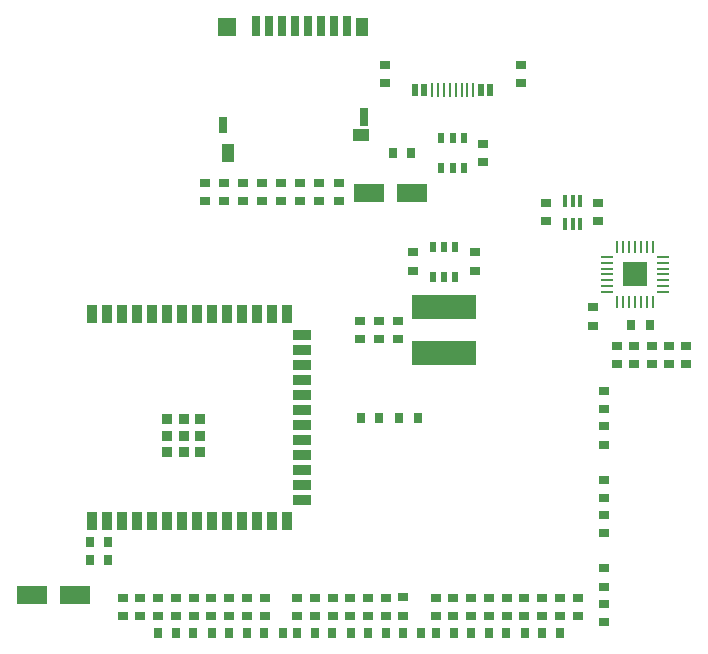
<source format=gtp>
G04*
G04 #@! TF.GenerationSoftware,Altium Limited,Altium Designer,22.2.1 (43)*
G04*
G04 Layer_Color=8421504*
%FSLAX25Y25*%
%MOIN*%
G70*
G04*
G04 #@! TF.SameCoordinates,9388D860-640C-4D59-96FC-9271E4276608*
G04*
G04*
G04 #@! TF.FilePolarity,Positive*
G04*
G01*
G75*
%ADD18R,0.08092X0.08092*%
%ADD19R,0.01063X0.03898*%
%ADD20R,0.03898X0.01063*%
%ADD21R,0.03347X0.03150*%
%ADD22R,0.02362X0.03347*%
%ADD23R,0.21654X0.08465*%
%ADD24R,0.03150X0.03347*%
%ADD25R,0.03543X0.05906*%
%ADD26R,0.05906X0.03543*%
%ADD27R,0.03543X0.03543*%
%ADD28R,0.03937X0.06102*%
%ADD29R,0.03150X0.05512*%
%ADD30R,0.05709X0.03937*%
%ADD31R,0.03150X0.05906*%
%ADD32R,0.03150X0.06890*%
%ADD33R,0.05906X0.05906*%
%ADD34R,0.03937X0.05906*%
%ADD35R,0.10236X0.06299*%
G04:AMPARAMS|DCode=36|XSize=40.16mil|YSize=14.17mil|CornerRadius=1.77mil|HoleSize=0mil|Usage=FLASHONLY|Rotation=90.000|XOffset=0mil|YOffset=0mil|HoleType=Round|Shape=RoundedRectangle|*
%AMROUNDEDRECTD36*
21,1,0.04016,0.01063,0,0,90.0*
21,1,0.03661,0.01417,0,0,90.0*
1,1,0.00354,0.00532,0.01831*
1,1,0.00354,0.00532,-0.01831*
1,1,0.00354,-0.00532,-0.01831*
1,1,0.00354,-0.00532,0.01831*
%
%ADD36ROUNDEDRECTD36*%
%ADD37R,0.02165X0.03937*%
%ADD38R,0.00984X0.04528*%
D18*
X88090Y47795D02*
D03*
D19*
X82185Y57087D02*
D03*
X84153D02*
D03*
X86122D02*
D03*
X88090D02*
D03*
X90059D02*
D03*
X92028D02*
D03*
X93996D02*
D03*
Y38504D02*
D03*
X92028D02*
D03*
X90059D02*
D03*
X88090D02*
D03*
X86122D02*
D03*
X84153D02*
D03*
X82185D02*
D03*
D20*
X97382Y53701D02*
D03*
Y51732D02*
D03*
Y49764D02*
D03*
Y47795D02*
D03*
Y45827D02*
D03*
Y43858D02*
D03*
Y41890D02*
D03*
X78799D02*
D03*
Y43858D02*
D03*
Y45827D02*
D03*
Y47795D02*
D03*
Y49764D02*
D03*
Y51732D02*
D03*
Y53701D02*
D03*
D21*
X105283Y24016D02*
D03*
Y17913D02*
D03*
X-3445Y32283D02*
D03*
Y26181D02*
D03*
X34744Y55118D02*
D03*
Y49016D02*
D03*
X93734Y24016D02*
D03*
X99508D02*
D03*
X87959D02*
D03*
X82185D02*
D03*
X-64862Y-66043D02*
D03*
X-70768D02*
D03*
X-58957D02*
D03*
X-53051D02*
D03*
X-47146D02*
D03*
X27559D02*
D03*
X21752D02*
D03*
X33563D02*
D03*
X39469D02*
D03*
X45374D02*
D03*
X51279D02*
D03*
X57185Y-66043D02*
D03*
X-24508Y-66043D02*
D03*
X-18602D02*
D03*
X-12697D02*
D03*
X-6791D02*
D03*
X-886D02*
D03*
X74016Y36811D02*
D03*
X9154Y32283D02*
D03*
Y26181D02*
D03*
X37402Y85138D02*
D03*
X-76772Y-59941D02*
D03*
X50000Y117618D02*
D03*
X4724D02*
D03*
X-64862Y-59941D02*
D03*
X-58957D02*
D03*
X-53051D02*
D03*
X-47146D02*
D03*
X-41240D02*
D03*
X-82677Y-66043D02*
D03*
Y-59941D02*
D03*
X-70768Y-59941D02*
D03*
X-35335Y-66043D02*
D03*
Y-59941D02*
D03*
X45374D02*
D03*
X51279D02*
D03*
X99508Y17913D02*
D03*
X21752Y-59941D02*
D03*
X5020Y-66043D02*
D03*
X-24508Y-59941D02*
D03*
X10925Y-65945D02*
D03*
X-55118Y78248D02*
D03*
X-36158D02*
D03*
X-42527D02*
D03*
X-48895D02*
D03*
Y72146D02*
D03*
X57185Y-59941D02*
D03*
X77854Y8957D02*
D03*
Y2854D02*
D03*
Y-2854D02*
D03*
Y-8957D02*
D03*
X87959Y17913D02*
D03*
X58563Y71555D02*
D03*
Y65453D02*
D03*
X75886D02*
D03*
Y71555D02*
D03*
X77854Y-26673D02*
D03*
Y-32382D02*
D03*
Y-38484D02*
D03*
Y-56299D02*
D03*
Y-62008D02*
D03*
Y-68110D02*
D03*
X14272Y55118D02*
D03*
X50000Y111516D02*
D03*
X4724D02*
D03*
X-41240Y-66043D02*
D03*
X82185Y17913D02*
D03*
X27559Y-59941D02*
D03*
X33563D02*
D03*
X39469D02*
D03*
X-18602D02*
D03*
X-12697D02*
D03*
X-6791D02*
D03*
X-886D02*
D03*
X5020D02*
D03*
X10925Y-59842D02*
D03*
X-10683Y78248D02*
D03*
X68996Y-66043D02*
D03*
X-55118Y72146D02*
D03*
X-10683D02*
D03*
X-17051Y78248D02*
D03*
X-36158Y72146D02*
D03*
X-17051D02*
D03*
X-23420Y78248D02*
D03*
X-42527Y72146D02*
D03*
X-23420D02*
D03*
X93734Y17913D02*
D03*
X77854Y-20571D02*
D03*
Y-50197D02*
D03*
X14272Y49016D02*
D03*
X2854Y26181D02*
D03*
Y32283D02*
D03*
X68996Y-59941D02*
D03*
X63090Y-66043D02*
D03*
Y-59941D02*
D03*
X-29789Y72146D02*
D03*
Y78248D02*
D03*
X-76772Y-66043D02*
D03*
X37402Y91240D02*
D03*
X74016Y30709D02*
D03*
D22*
X24508Y47047D02*
D03*
X28248D02*
D03*
Y57087D02*
D03*
X24508D02*
D03*
X20768D02*
D03*
Y47047D02*
D03*
X31102Y93209D02*
D03*
X27362D02*
D03*
X23622D02*
D03*
Y83169D02*
D03*
X27362D02*
D03*
X31102D02*
D03*
D23*
X24508Y36890D02*
D03*
Y21732D02*
D03*
D24*
X-70866Y-71850D02*
D03*
X-64764D02*
D03*
X-59055D02*
D03*
X-47244D02*
D03*
X-52953D02*
D03*
X-35433D02*
D03*
X-41142D02*
D03*
X21654D02*
D03*
X33465D02*
D03*
X27756D02*
D03*
X45276D02*
D03*
X39567D02*
D03*
X57087D02*
D03*
X51378D02*
D03*
X63189D02*
D03*
X-24606Y-71850D02*
D03*
X-18504D02*
D03*
X-12795D02*
D03*
X-984D02*
D03*
X-6693D02*
D03*
X5118D02*
D03*
X10827D02*
D03*
X86910Y31102D02*
D03*
X16929Y-71850D02*
D03*
X15650Y0D02*
D03*
X9547D02*
D03*
X-93602Y-47244D02*
D03*
X-87500D02*
D03*
X-29331Y-71850D02*
D03*
X93012Y31102D02*
D03*
X-3150Y0D02*
D03*
X2953D02*
D03*
X-93602Y-41339D02*
D03*
X-87500D02*
D03*
X13484Y88189D02*
D03*
X7382D02*
D03*
D25*
X-92756Y-34449D02*
D03*
X-87756D02*
D03*
X-47756D02*
D03*
X-42756D02*
D03*
X-37756D02*
D03*
X-27756Y34449D02*
D03*
X-42756D02*
D03*
X-47756D02*
D03*
X-72756D02*
D03*
X-77756D02*
D03*
X-82756D02*
D03*
X-87756D02*
D03*
X-92756D02*
D03*
X-82756Y-34449D02*
D03*
X-77756D02*
D03*
X-72756D02*
D03*
X-67756D02*
D03*
X-62756D02*
D03*
X-32756Y34449D02*
D03*
X-37756D02*
D03*
X-57756Y-34449D02*
D03*
X-52756D02*
D03*
X-32756D02*
D03*
X-27756D02*
D03*
X-52756Y34449D02*
D03*
X-57756D02*
D03*
X-62756D02*
D03*
X-67756D02*
D03*
D26*
X-22835Y-27500D02*
D03*
Y-22500D02*
D03*
Y-17500D02*
D03*
Y-12500D02*
D03*
Y-7500D02*
D03*
Y-2500D02*
D03*
Y2500D02*
D03*
Y7500D02*
D03*
Y12500D02*
D03*
Y17500D02*
D03*
Y22500D02*
D03*
Y27500D02*
D03*
D27*
X-62362Y-5906D02*
D03*
X-67874D02*
D03*
Y-11417D02*
D03*
X-62362D02*
D03*
X-56850D02*
D03*
Y-5906D02*
D03*
Y-394D02*
D03*
X-62362D02*
D03*
X-67874D02*
D03*
D28*
X-47524Y88213D02*
D03*
D29*
X-49098Y97760D02*
D03*
D30*
X-3331Y94413D02*
D03*
D31*
X-2051Y100319D02*
D03*
D32*
X-38075Y130732D02*
D03*
X-33744D02*
D03*
X-29413D02*
D03*
X-25083D02*
D03*
X-20752D02*
D03*
X-16421D02*
D03*
X-12091D02*
D03*
X-7760D02*
D03*
D33*
X-47721Y130240D02*
D03*
D34*
X-3035D02*
D03*
D35*
X-98622Y-59153D02*
D03*
X-112795D02*
D03*
X-394Y74803D02*
D03*
X13780D02*
D03*
D36*
X64764Y64744D02*
D03*
X67323D02*
D03*
X69882D02*
D03*
Y72264D02*
D03*
X67323D02*
D03*
X64764D02*
D03*
D37*
X39961Y109232D02*
D03*
X14764D02*
D03*
X36811D02*
D03*
X17913D02*
D03*
D38*
X26378D02*
D03*
X28346D02*
D03*
X24409D02*
D03*
X22441D02*
D03*
X20472D02*
D03*
X30315D02*
D03*
X32283D02*
D03*
X34252D02*
D03*
M02*

</source>
